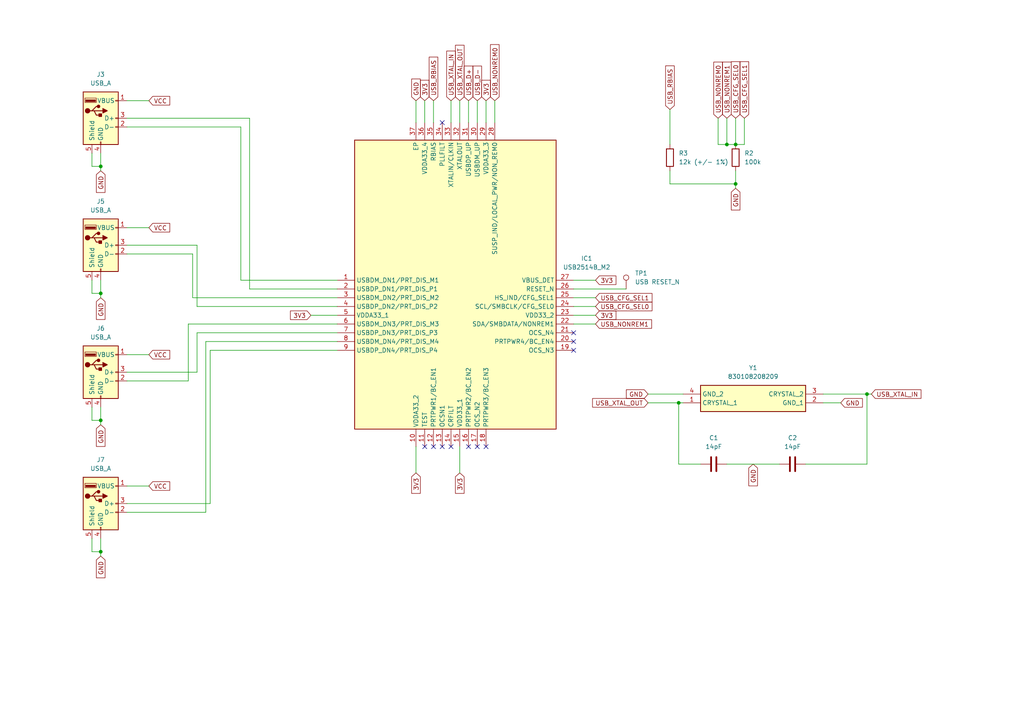
<source format=kicad_sch>
(kicad_sch (version 20231120) (generator "eeschema") (generator_version "8.0")
  (paper "A4")
  (lib_symbols
    (symbol "830108208209:830108208209"
      (property "Reference" "Y" (at 36.83 7.62 0))
      (property "Value" "830108208209" (at 36.83 5.08 0))
      (symbol "830108208209_1_1"
        (rectangle (start 5.08 2.54) (end 35.56 -5.08) (stroke (width 0.254)) (fill (type background)))
        (pin passive line (at 0 -2.54 0) (length 5.08) (name "CRYSTAL_1") (number "1"))
        (pin passive line (at 40.64 -2.54 180) (length 5.08) (name "GND_1") (number "2"))
        (pin passive line (at 40.64 0 180) (length 5.08) (name "CRYSTAL_2") (number "3"))
        (pin passive line (at 0 0 0) (length 5.08) (name "GND_2") (number "4"))
      )
    )
    (symbol "Connector:TestPoint" (pin_numbers hide) (pin_names (offset 0.762) hide)
      (property "Reference" "TP" (at 0 6.858 0))
      (property "Value" "TestPoint" (at 0 5.08 0))
      (symbol "TestPoint_0_1"
        (circle (center 0 3.302) (radius 0.762))
      )
      (symbol "TestPoint_1_1"
        (pin passive line (at 0 0 90) (length 2.54) (name "1") (number "1"))
      )
    )
    (symbol "Connector:USB_A" (pin_names (offset 1.016))
      (property "Reference" "J" (at -5.08 11.43 0))
      (property "Value" "USB_A" (at -5.08 8.89 0))
      (symbol "USB_A_0_1"
        (rectangle (start -5.08 -7.62) (end 5.08 7.62) (stroke (width 0.254)) (fill (type background)))
        (circle (center -3.81 2.159) (radius 0.635) (stroke (width 0.254)) (fill (type outline)))
        (rectangle (start -1.524 4.826) (end -4.318 5.334) (fill (type outline)))
        (rectangle (start -1.27 4.572) (end -4.572 5.842))
        (circle (center -0.635 3.429) (radius 0.381) (stroke (width 0.254)) (fill (type outline)))
        (rectangle (start -0.127 -7.62) (end 0.127 -6.858))
        (polyline (pts (xy -3.175 2.159) (xy -2.54 2.159) (xy -1.27 3.429) (xy -0.635 3.429)) (stroke (width 0.254)))
        (polyline (pts (xy -2.54 2.159) (xy -1.905 2.159) (xy -1.27 0.889) (xy 0 0.889)) (stroke (width 0.254)))
        (polyline (pts (xy 0.635 2.794) (xy 0.635 1.524) (xy 1.905 2.159) (xy 0.635 2.794)) (stroke (width 0.254)) (fill (type outline)))
        (rectangle (start 0.254 1.27) (end -0.508 0.508) (stroke (width 0.254)) (fill (type outline)))
        (rectangle (start 5.08 -2.667) (end 4.318 -2.413))
        (rectangle (start 5.08 -0.127) (end 4.318 0.127))
        (rectangle (start 5.08 4.953) (end 4.318 5.207))
      )
      (symbol "USB_A_1_1"
        (polyline (pts (xy -1.905 2.159) (xy 0.635 2.159)) (stroke (width 0.254)))
        (pin power_in line (at 7.62 5.08 180) (length 2.54) (name "VBUS") (number "1"))
        (pin bidirectional line (at 7.62 -2.54 180) (length 2.54) (name "D-") (number "2"))
        (pin bidirectional line (at 7.62 0 180) (length 2.54) (name "D+") (number "3"))
        (pin power_in line (at 0 -10.16 90) (length 2.54) (name "GND") (number "4"))
        (pin passive line (at -2.54 -10.16 90) (length 2.54) (name "Shield") (number "5"))
      )
    )
    (symbol "Device:C" (pin_numbers hide) (pin_names (offset 0.254))
      (property "Reference" "C" (at 0.635 2.54 0))
      (property "Value" "C" (at 0.635 -2.54 0))
      (symbol "C_0_1"
        (polyline (pts (xy -2.032 -0.762) (xy 2.032 -0.762)) (stroke (width 0.508)))
        (polyline (pts (xy -2.032 0.762) (xy 2.032 0.762)) (stroke (width 0.508)))
      )
      (symbol "C_1_1"
        (pin passive line (at 0 3.81 270) (length 2.794) (name "~") (number "1"))
        (pin passive line (at 0 -3.81 90) (length 2.794) (name "~") (number "2"))
      )
    )
    (symbol "Device:R" (pin_numbers hide) (pin_names (offset 0))
      (property "Reference" "R" (at 2.032 0 90))
      (property "Value" "R" (at 0 0 90))
      (symbol "R_0_1"
        (rectangle (start -1.016 -2.54) (end 1.016 2.54) (stroke (width 0.254)))
      )
      (symbol "R_1_1"
        (pin passive line (at 0 3.81 270) (length 1.27) (name "~") (number "1"))
        (pin passive line (at 0 -3.81 90) (length 1.27) (name "~") (number "2"))
      )
    )
    (symbol "USB2514B_M2:USB2514B_M2"
      (property "Reference" "IC" (at 64.77 45.72 0))
      (property "Value" "USB2514B_M2" (at 64.77 43.18 0))
      (symbol "USB2514B_M2_1_1"
        (rectangle (start 5.08 40.64) (end 63.5 -43.18) (stroke (width 0.254)) (fill (type background)))
        (pin passive line (at 0 0 0) (length 5.08) (name "USBDM_DN1/PRT_DIS_M1") (number "1"))
        (pin passive line (at 22.86 -48.26 90) (length 5.08) (name "VDDA33_2") (number "10"))
        (pin passive line (at 25.4 -48.26 90) (length 5.08) (name "TEST") (number "11"))
        (pin passive line (at 27.94 -48.26 90) (length 5.08) (name "PRTPWR1/BC_EN1") (number "12"))
        (pin passive line (at 30.48 -48.26 90) (length 5.08) (name "OCSN1") (number "13"))
        (pin passive line (at 33.02 -48.26 90) (length 5.08) (name "CRFILT") (number "14"))
        (pin passive line (at 35.56 -48.26 90) (length 5.08) (name "VDD33_1") (number "15"))
        (pin passive line (at 38.1 -48.26 90) (length 5.08) (name "PRTPWR2/BC_EN2") (number "16"))
        (pin passive line (at 40.64 -48.26 90) (length 5.08) (name "OCS_N2") (number "17"))
        (pin passive line (at 43.18 -48.26 90) (length 5.08) (name "PRTPWR3/BC_EN3") (number "18"))
        (pin passive line (at 68.58 -20.32 180) (length 5.08) (name "OCS_N3") (number "19"))
        (pin passive line (at 0 -2.54 0) (length 5.08) (name "USBDP_DN1/PRT_DIS_P1") (number "2"))
        (pin passive line (at 68.58 -17.78 180) (length 5.08) (name "PRTPWR4/BC_EN4") (number "20"))
        (pin passive line (at 68.58 -15.24 180) (length 5.08) (name "OCS_N4") (number "21"))
        (pin passive line (at 68.58 -12.7 180) (length 5.08) (name "SDA/SMBDATA/NONREM1") (number "22"))
        (pin passive line (at 68.58 -10.16 180) (length 5.08) (name "VDD33_2") (number "23"))
        (pin passive line (at 68.58 -7.62 180) (length 5.08) (name "SCL/SMBCLK/CFG_SEL0") (number "24"))
        (pin passive line (at 68.58 -5.08 180) (length 5.08) (name "HS_IND/CFG_SEL1") (number "25"))
        (pin passive line (at 68.58 -2.54 180) (length 5.08) (name "RESET_N") (number "26"))
        (pin passive line (at 68.58 0 180) (length 5.08) (name "VBUS_DET") (number "27"))
        (pin passive line (at 45.72 45.72 270) (length 5.08) (name "SUSP_IND/LOCAL_PWR/NON_REM0") (number "28"))
        (pin passive line (at 43.18 45.72 270) (length 5.08) (name "VDDA33_3") (number "29"))
        (pin passive line (at 0 -5.08 0) (length 5.08) (name "USBDM_DN2/PRT_DIS_M2") (number "3"))
        (pin passive line (at 40.64 45.72 270) (length 5.08) (name "USBDM_UP") (number "30"))
        (pin passive line (at 38.1 45.72 270) (length 5.08) (name "USBDP_UP") (number "31"))
        (pin passive line (at 35.56 45.72 270) (length 5.08) (name "XTALOUT") (number "32"))
        (pin passive line (at 33.02 45.72 270) (length 5.08) (name "XTALIN/CLKIN") (number "33"))
        (pin passive line (at 30.48 45.72 270) (length 5.08) (name "PLLFILT") (number "34"))
        (pin passive line (at 27.94 45.72 270) (length 5.08) (name "RBIAS") (number "35"))
        (pin passive line (at 25.4 45.72 270) (length 5.08) (name "VDDA33_4") (number "36"))
        (pin passive line (at 22.86 45.72 270) (length 5.08) (name "EP") (number "37"))
        (pin passive line (at 0 -7.62 0) (length 5.08) (name "USBDP_DN2/PRT_DIS_P2") (number "4"))
        (pin passive line (at 0 -10.16 0) (length 5.08) (name "VDDA33_1") (number "5"))
        (pin passive line (at 0 -12.7 0) (length 5.08) (name "USBDM_DN3/PRT_DIS_M3") (number "6"))
        (pin passive line (at 0 -15.24 0) (length 5.08) (name "USBDP_DN3/PRT_DIS_P3") (number "7"))
        (pin passive line (at 0 -17.78 0) (length 5.08) (name "USBDM_DN4/PRT_DIS_M4") (number "8"))
        (pin passive line (at 0 -20.32 0) (length 5.08) (name "USBDP_DN4/PRT_DIS_P4") (number "9"))
      )
    )
  )
  (junction (at 29.21 85.09))
  (junction (at 213.36 53.34))
  (junction (at 29.21 160.02))
  (junction (at 196.85 116.84))
  (junction (at 213.36 41.91))
  (junction (at 210.82 41.91))
  (junction (at 251.46 114.3))
  (junction (at 29.21 121.92))
  (junction (at 29.21 48.26))
  (no_connect (at 138.43 129.54))
  (no_connect (at 128.27 35.56))
  (no_connect (at 166.37 99.06))
  (no_connect (at 123.19 129.54))
  (no_connect (at 135.89 129.54))
  (no_connect (at 128.27 129.54))
  (no_connect (at 125.73 129.54))
  (no_connect (at 166.37 96.52))
  (no_connect (at 140.97 129.54))
  (no_connect (at 130.81 129.54))
  (no_connect (at 166.37 101.6))
  (wire (pts (xy 120.65 129.54) (xy 120.65 137.16)))
  (wire (pts (xy 97.79 101.6) (xy 60.96 101.6)))
  (wire (pts (xy 166.37 83.82) (xy 181.61 83.82)))
  (wire (pts (xy 29.21 81.28) (xy 29.21 85.09)))
  (wire (pts (xy 97.79 83.82) (xy 72.39 83.82)))
  (wire (pts (xy 130.81 29.21) (xy 130.81 35.56)))
  (wire (pts (xy 138.43 29.21) (xy 138.43 35.56)))
  (wire (pts (xy 60.96 146.05) (xy 36.83 146.05)))
  (wire (pts (xy 60.96 101.6) (xy 60.96 146.05)))
  (wire (pts (xy 166.37 91.44) (xy 172.72 91.44)))
  (wire (pts (xy 166.37 93.98) (xy 172.72 93.98)))
  (wire (pts (xy 203.2 134.62) (xy 196.85 134.62)))
  (wire (pts (xy 166.37 81.28) (xy 172.72 81.28)))
  (wire (pts (xy 57.15 107.95) (xy 36.83 107.95)))
  (wire (pts (xy 69.85 36.83) (xy 36.83 36.83)))
  (wire (pts (xy 72.39 83.82) (xy 72.39 34.29)))
  (wire (pts (xy 26.67 118.11) (xy 26.67 121.92)))
  (wire (pts (xy 215.9 34.29) (xy 215.9 41.91)))
  (wire (pts (xy 187.96 116.84) (xy 196.85 116.84)))
  (wire (pts (xy 215.9 41.91) (xy 213.36 41.91)))
  (wire (pts (xy 26.67 44.45) (xy 26.67 48.26)))
  (wire (pts (xy 36.83 140.97) (xy 43.18 140.97)))
  (wire (pts (xy 29.21 85.09) (xy 29.21 86.36)))
  (wire (pts (xy 133.35 129.54) (xy 133.35 137.16)))
  (wire (pts (xy 233.68 134.62) (xy 251.46 134.62)))
  (wire (pts (xy 213.36 49.53) (xy 213.36 53.34)))
  (wire (pts (xy 97.79 99.06) (xy 59.69 99.06)))
  (wire (pts (xy 26.67 81.28) (xy 26.67 85.09)))
  (wire (pts (xy 97.79 93.98) (xy 54.61 93.98)))
  (wire (pts (xy 29.21 48.26) (xy 29.21 49.53)))
  (wire (pts (xy 97.79 86.36) (xy 55.88 86.36)))
  (wire (pts (xy 36.83 29.21) (xy 43.18 29.21)))
  (wire (pts (xy 55.88 86.36) (xy 55.88 73.66)))
  (wire (pts (xy 120.65 29.21) (xy 120.65 35.56)))
  (wire (pts (xy 196.85 134.62) (xy 196.85 116.84)))
  (wire (pts (xy 97.79 88.9) (xy 57.15 88.9)))
  (wire (pts (xy 72.39 34.29) (xy 36.83 34.29)))
  (wire (pts (xy 90.17 91.44) (xy 97.79 91.44)))
  (wire (pts (xy 140.97 29.21) (xy 140.97 35.56)))
  (wire (pts (xy 69.85 81.28) (xy 69.85 36.83)))
  (wire (pts (xy 29.21 160.02) (xy 29.21 161.29)))
  (wire (pts (xy 210.82 34.29) (xy 210.82 41.91)))
  (wire (pts (xy 123.19 29.21) (xy 123.19 35.56)))
  (wire (pts (xy 208.28 34.29) (xy 208.28 41.91)))
  (wire (pts (xy 187.96 114.3) (xy 198.12 114.3)))
  (wire (pts (xy 54.61 110.49) (xy 36.83 110.49)))
  (wire (pts (xy 194.31 53.34) (xy 213.36 53.34)))
  (wire (pts (xy 57.15 88.9) (xy 57.15 71.12)))
  (wire (pts (xy 59.69 99.06) (xy 59.69 148.59)))
  (wire (pts (xy 97.79 81.28) (xy 69.85 81.28)))
  (wire (pts (xy 213.36 53.34) (xy 213.36 54.61)))
  (wire (pts (xy 194.31 49.53) (xy 194.31 53.34)))
  (wire (pts (xy 29.21 44.45) (xy 29.21 48.26)))
  (wire (pts (xy 26.67 85.09) (xy 29.21 85.09)))
  (wire (pts (xy 29.21 121.92) (xy 29.21 123.19)))
  (wire (pts (xy 213.36 34.29) (xy 213.36 41.91)))
  (wire (pts (xy 251.46 114.3) (xy 252.73 114.3)))
  (wire (pts (xy 133.35 29.21) (xy 133.35 35.56)))
  (wire (pts (xy 196.85 116.84) (xy 198.12 116.84)))
  (wire (pts (xy 26.67 160.02) (xy 29.21 160.02)))
  (wire (pts (xy 194.31 31.75) (xy 194.31 41.91)))
  (wire (pts (xy 238.76 116.84) (xy 243.84 116.84)))
  (wire (pts (xy 97.79 96.52) (xy 57.15 96.52)))
  (wire (pts (xy 29.21 118.11) (xy 29.21 121.92)))
  (wire (pts (xy 36.83 102.87) (xy 43.18 102.87)))
  (wire (pts (xy 26.67 48.26) (xy 29.21 48.26)))
  (wire (pts (xy 166.37 86.36) (xy 172.72 86.36)))
  (wire (pts (xy 251.46 134.62) (xy 251.46 114.3)))
  (wire (pts (xy 54.61 93.98) (xy 54.61 110.49)))
  (wire (pts (xy 125.73 29.21) (xy 125.73 35.56)))
  (wire (pts (xy 26.67 156.21) (xy 26.67 160.02)))
  (wire (pts (xy 208.28 41.91) (xy 210.82 41.91)))
  (wire (pts (xy 29.21 156.21) (xy 29.21 160.02)))
  (wire (pts (xy 36.83 66.04) (xy 43.18 66.04)))
  (wire (pts (xy 57.15 96.52) (xy 57.15 107.95)))
  (wire (pts (xy 59.69 148.59) (xy 36.83 148.59)))
  (wire (pts (xy 135.89 29.21) (xy 135.89 35.56)))
  (wire (pts (xy 166.37 88.9) (xy 172.72 88.9)))
  (wire (pts (xy 57.15 71.12) (xy 36.83 71.12)))
  (wire (pts (xy 210.82 134.62) (xy 226.06 134.62)))
  (wire (pts (xy 238.76 114.3) (xy 251.46 114.3)))
  (wire (pts (xy 210.82 41.91) (xy 213.36 41.91)))
  (wire (pts (xy 26.67 121.92) (xy 29.21 121.92)))
  (wire (pts (xy 143.51 29.21) (xy 143.51 35.56)))
  (wire (pts (xy 55.88 73.66) (xy 36.83 73.66)))
  (global_label "3V3" (shape input) (at 90.17 91.44 180) (property "Intersheetrefs" "${INTERSHEET_REFS}" (effects (hide yes))))
  (global_label "VCC" (shape input) (at 43.18 66.04 0) (property "Intersheetrefs" "${INTERSHEET_REFS}" (effects (hide yes))))
  (global_label "USB_CFG_SEL1" (shape input) (at 172.72 86.36 0) (property "Intersheetrefs" "${INTERSHEET_REFS}" (effects (hide yes))))
  (global_label "3V3" (shape input) (at 172.72 91.44 0) (property "Intersheetrefs" "${INTERSHEET_REFS}" (effects (hide yes))))
  (global_label "3V3" (shape input) (at 120.65 137.16 270) (property "Intersheetrefs" "${INTERSHEET_REFS}" (effects (hide yes))))
  (global_label "USB_RBIAS" (shape input) (at 194.31 31.75 90) (property "Intersheetrefs" "${INTERSHEET_REFS}" (effects (hide yes))))
  (global_label "USB_NONREM0" (shape input) (at 208.28 34.29 90) (property "Intersheetrefs" "${INTERSHEET_REFS}" (effects (hide yes))))
  (global_label "USB_CFG_SEL1" (shape input) (at 215.9 34.29 90) (property "Intersheetrefs" "${INTERSHEET_REFS}" (effects (hide yes))))
  (global_label "GND" (shape input) (at 187.96 114.3 180) (property "Intersheetrefs" "${INTERSHEET_REFS}" (effects (hide yes))))
  (global_label "USB_NONREM1" (shape input) (at 210.82 34.29 90) (property "Intersheetrefs" "${INTERSHEET_REFS}" (effects (hide yes))))
  (global_label "GND" (shape input) (at 213.36 54.61 270) (property "Intersheetrefs" "${INTERSHEET_REFS}" (effects (hide yes))))
  (global_label "GND" (shape input) (at 29.21 86.36 270) (property "Intersheetrefs" "${INTERSHEET_REFS}" (effects (hide yes))))
  (global_label "USB_XTAL_OUT" (shape input) (at 133.35 29.21 90) (property "Intersheetrefs" "${INTERSHEET_REFS}" (effects (hide yes))))
  (global_label "USB_XTAL_IN" (shape input) (at 130.81 29.21 90) (property "Intersheetrefs" "${INTERSHEET_REFS}" (effects (hide yes))))
  (global_label "USB_XTAL_IN" (shape input) (at 252.73 114.3 0) (property "Intersheetrefs" "${INTERSHEET_REFS}" (effects (hide yes))))
  (global_label "GND" (shape input) (at 29.21 123.19 270) (property "Intersheetrefs" "${INTERSHEET_REFS}" (effects (hide yes))))
  (global_label "GND" (shape input) (at 29.21 49.53 270) (property "Intersheetrefs" "${INTERSHEET_REFS}" (effects (hide yes))))
  (global_label "GND" (shape input) (at 29.21 161.29 270) (property "Intersheetrefs" "${INTERSHEET_REFS}" (effects (hide yes))))
  (global_label "VCC" (shape input) (at 43.18 140.97 0) (property "Intersheetrefs" "${INTERSHEET_REFS}" (effects (hide yes))))
  (global_label "USB_CFG_SEL0" (shape input) (at 213.36 34.29 90) (property "Intersheetrefs" "${INTERSHEET_REFS}" (effects (hide yes))))
  (global_label "GND" (shape input) (at 243.84 116.84 0) (property "Intersheetrefs" "${INTERSHEET_REFS}" (effects (hide yes))))
  (global_label "3V3" (shape input) (at 172.72 81.28 0) (property "Intersheetrefs" "${INTERSHEET_REFS}" (effects (hide yes))))
  (global_label "GND" (shape input) (at 120.65 29.21 90) (property "Intersheetrefs" "${INTERSHEET_REFS}" (effects (hide yes))))
  (global_label "VCC" (shape input) (at 43.18 29.21 0) (property "Intersheetrefs" "${INTERSHEET_REFS}" (effects (hide yes))))
  (global_label "VCC" (shape input) (at 43.18 102.87 0) (property "Intersheetrefs" "${INTERSHEET_REFS}" (effects (hide yes))))
  (global_label "USB_RBIAS" (shape input) (at 125.73 29.21 90) (property "Intersheetrefs" "${INTERSHEET_REFS}" (effects (hide yes))))
  (global_label "GND" (shape input) (at 218.44 134.62 270) (property "Intersheetrefs" "${INTERSHEET_REFS}" (effects (hide yes))))
  (global_label "3V3" (shape input) (at 140.97 29.21 90) (property "Intersheetrefs" "${INTERSHEET_REFS}" (effects (hide yes))))
  (global_label "USB_D+" (shape input) (at 135.89 29.21 90) (property "Intersheetrefs" "${INTERSHEET_REFS}" (effects (hide yes))))
  (global_label "USB_XTAL_OUT" (shape input) (at 187.96 116.84 180) (property "Intersheetrefs" "${INTERSHEET_REFS}" (effects (hide yes))))
  (global_label "3V3" (shape input) (at 133.35 137.16 270) (property "Intersheetrefs" "${INTERSHEET_REFS}" (effects (hide yes))))
  (global_label "USB_NONREM1" (shape input) (at 172.72 93.98 0) (property "Intersheetrefs" "${INTERSHEET_REFS}" (effects (hide yes))))
  (global_label "USB_NONREM0" (shape input) (at 143.51 29.21 90) (property "Intersheetrefs" "${INTERSHEET_REFS}" (effects (hide yes))))
  (global_label "USB_D-" (shape input) (at 138.43 29.21 90) (property "Intersheetrefs" "${INTERSHEET_REFS}" (effects (hide yes))))
  (global_label "3V3" (shape input) (at 123.19 29.21 90) (property "Intersheetrefs" "${INTERSHEET_REFS}" (effects (hide yes))))
  (global_label "USB_CFG_SEL0" (shape input) (at 172.72 88.9 0) (property "Intersheetrefs" "${INTERSHEET_REFS}" (effects (hide yes))))
  (symbol (lib_id "Device:C") (at 229.87 134.62 270) (unit 1)
    (property "Reference" "C2" (at 229.87 127 90))
    (property "Value" "14pF" (at 229.87 129.54 90))
    (property "Footprint" "Capacitor_SMD:C_0201_0603Metric" (effects (hide yes)))
    (property "Description" "Unpolarized capacitor" (effects (hide yes)))
  )
  (symbol (lib_id "Device:C") (at 207.01 134.62 270) (unit 1)
    (property "Reference" "C1" (at 207.01 127 90))
    (property "Value" "14pF" (at 207.01 129.54 90))
    (property "Footprint" "Capacitor_SMD:C_0201_0603Metric" (effects (hide yes)))
    (property "Description" "Unpolarized capacitor" (effects (hide yes)))
  )
  (symbol (lib_id "Connector:TestPoint") (at 181.61 83.82 0) (unit 1)
    (property "Reference" "TP1" (at 184.15 79.2479 0) (effects (justify left)))
    (property "Value" "USB RESET_N" (at 184.15 81.7879 0) (effects (justify left)))
    (property "Footprint" "TestPoint:TestPoint_Pad_D3.0mm" (effects (hide yes)))
    (property "Description" "test point" (effects (hide yes)))
  )
  (symbol (lib_id "830108208209:830108208209") (at 198.12 114.3 0) (unit 1)
    (property "Reference" "Y1" (at 218.44 106.68 0))
    (property "Value" "830108208209" (at 218.44 109.22 0))
    (property "Footprint" "LIB_830108208209:830108208209" (effects (hide yes)))
    (property "Datasheet" "https://www.we-online.com/components/products/datasheet/830108208209.pdf" (effects (hide yes)))
    (property "Description" "24 MHz +/-10ppm Crystal 10pF 100 Ohms 4-SMD, No Lead" (effects (hide yes)))
    (property "Height" "0.6" (effects (hide yes)))
    (property "Manufacturer_Name" "Wurth Elektronik" (effects (hide yes)))
    (property "Manufacturer_Part_Number" "830108208209" (effects (hide yes)))
    (property "Mouser Part Number" "710-830108208209" (effects (hide yes)))
    (property "Mouser Price/Stock" "https://www.mouser.co.uk/ProductDetail/Wurth-Elektronik/830108208209?qs=hWgE7mdIu5Qfk68EXTEoAw%3D%3D" (effects (hide yes)))
  )
  (symbol (lib_id "Device:R") (at 213.36 45.72 0) (unit 1)
    (property "Reference" "R2" (at 215.9 44.4499 0) (effects (justify left)))
    (property "Value" "100k" (at 215.9 46.9899 0) (effects (justify left)))
    (property "Footprint" "Resistor_SMD:R_0201_0603Metric" (effects (hide yes)))
    (property "Description" "Resistor" (effects (hide yes)))
  )
  (symbol (lib_id "Connector:USB_A") (at 29.21 34.29 0) (unit 1)
    (property "Reference" "J3" (at 29.21 21.59 0))
    (property "Value" "USB_A" (at 29.21 24.13 0))
    (property "Footprint" "Connector_USB:USB_A_Molex_67643_Horizontal" (effects (hide yes)))
    (property "Description" "USB Type A connector" (effects (hide yes)))
  )
  (symbol (lib_id "USB2514B_M2:USB2514B_M2") (at 97.79 81.28 0) (unit 1)
    (property "Reference" "IC1" (at 170.18 74.9614 0))
    (property "Value" "USB2514B_M2" (at 170.18 77.5014 0))
    (property "Footprint" "LIB_USB2514B_M2:QFN50P600X600X100-37N-D" (effects (hide yes)))
    (property "Datasheet" "http://ww1.microchip.com/downloads/en/DeviceDoc/00001692C.pdf" (effects (hide yes)))
    (property "Description" "MICROCHIP - USB2514B/M2 - USB HUB CONTROLLER, USB2.0, SQFN-36" (effects (hide yes)))
    (property "Height" "1" (effects (hide yes)))
    (property "Manufacturer_Name" "Microchip" (effects (hide yes)))
    (property "Manufacturer_Part_Number" "USB2514B/M2" (effects (hide yes)))
    (property "Mouser Part Number" "579-USB2514B/M2" (effects (hide yes)))
    (property "Mouser Price/Stock" "https://www.mouser.co.uk/ProductDetail/Microchip-Technology/USB2514B-M2?qs=uus7iwvxYD9zlzrAre8ynw%3D%3D" (effects (hide yes)))
    (property "Arrow Part Number" "USB2514B/M2" (effects (hide yes)))
    (property "Arrow Price/Stock" "https://www.arrow.com/en/products/usb2514bm2/microchip-technology?region=nac" (effects (hide yes)))
  )
  (symbol (lib_id "Device:R") (at 194.31 45.72 0) (unit 1)
    (property "Reference" "R3" (at 196.85 44.4499 0) (effects (justify left)))
    (property "Value" "12k (+/- 1%)" (at 196.85 46.9899 0) (effects (justify left)))
    (property "Footprint" "Resistor_SMD:R_0201_0603Metric" (effects (hide yes)))
    (property "Description" "Resistor" (effects (hide yes)))
  )
  (symbol (lib_id "Connector:USB_A") (at 29.21 146.05 0) (unit 1)
    (property "Reference" "J7" (at 29.21 133.35 0))
    (property "Value" "USB_A" (at 29.21 135.89 0))
    (property "Footprint" "Connector_USB:USB_A_Molex_67643_Horizontal" (effects (hide yes)))
    (property "Description" "USB Type A connector" (effects (hide yes)))
  )
  (symbol (lib_id "Connector:USB_A") (at 29.21 107.95 0) (unit 1)
    (property "Reference" "J6" (at 29.21 95.25 0))
    (property "Value" "USB_A" (at 29.21 97.79 0))
    (property "Footprint" "Connector_USB:USB_A_Molex_67643_Horizontal" (effects (hide yes)))
    (property "Description" "USB Type A connector" (effects (hide yes)))
  )
  (symbol (lib_id "Connector:USB_A") (at 29.21 71.12 0) (unit 1)
    (property "Reference" "J5" (at 29.21 58.42 0))
    (property "Value" "USB_A" (at 29.21 60.96 0))
    (property "Footprint" "Connector_USB:USB_A_Molex_67643_Horizontal" (effects (hide yes)))
    (property "Description" "USB Type A connector" (effects (hide yes)))
  )
)
</source>
